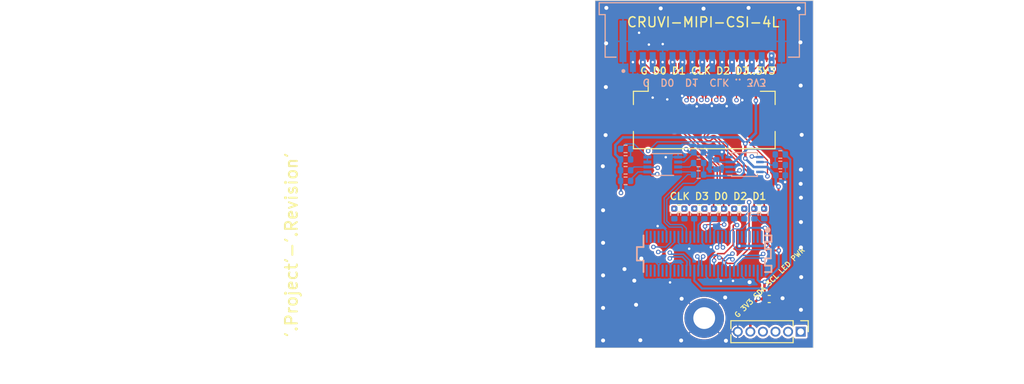
<source format=kicad_pcb>
(kicad_pcb (version 20221018) (generator pcbnew)
  (layers (0 "F.Cu" signal) (1 "In1.Cu" signal) (2 "In2.Cu" signal) (31 "B.Cu" signal) (34 "B.Paste" user) (35 "F.Paste" user) (36 "B.SilkS" user "B.Silkscreen") (37 "F.SilkS" user "F.Silkscreen") (38 "B.Mask" user) (39 "F.Mask" user) (44 "Edge.Cuts" user))
  (property "ADDRESS1" "")
  (property "ADDRESS2" "")
  (property "ADDRESS3" "")
  (property "ADDRESS4" "")
  (property "AUTHOR" "")
  (property "CONFIGURATIONPARAMETERS" "")
  (property "CONFIGURATORNAME" "")
  (property "DOCUMENTNUMBER" "CR00300")
  (property "DRAWNBY" "")
  (property "ENGINEER" "")
  (property "ISUSERCONFIGURABLE" "")
  (property "ORGANIZATION" "Trenz Electronic GmbH")
  (property "SHEETTOTAL" "3")
  (property "SPICEMODELCACHE" "")
  (property "VERSIONCONTROL_PROJFOLDERREVNUMBER" "")
  (property "VERSIONCONTROL_REVNUMBER" "")
  (net 0 "")
  (net 1 "+3V3")
  (net 2 "SDA_3V3")
  (net 3 "SCL_3V3")
  (net 4 "GND")
  (net 5 "CAM_IO1")
  (net 6 "CAM_IO0")
  (net 7 "CAM_D3_P")
  (net 8 "CAM_D3_N")
  (net 9 "CAM_D2_P")
  (net 10 "CAM_D2_N")
  (net 11 "CAM_CLK_P")
  (net 12 "CAM_CLK_N")
  (net 13 "CAM_D1_P")
  (net 14 "CAM_D1_N")
  (net 15 "CAM_D0_P")
  (net 16 "CAM_D0_N")
  (net 17 "/RFU1")
  (net 18 "/HSIO")
  (net 19 "/HSO")
  (net 20 "/RESET")
  (net 21 "/HSI")
  (net 24 "/CAM_D1_LP_P")
  (net 25 "/CAM_D1_LP_N")
  (net 26 "/CAM_D0_LP_P")
  (net 27 "/CAM_D0_LP_N")
  (net 28 "/CAM_D3_LP_P")
  (net 29 "/CAM_D3_LP_N")
  (net 30 "SCL_VADJ")
  (net 31 "SDA_VADJ")
  (net 32 "VADJ")
  (net 36 "PWR_EN_VADJ")
  (net 38 "LED_EN_VADJ")
  (net 44 "+5.0V_D")
  (net 47 "PWR_EN_3V3")
  (net 48 "LED_EN_3V3")
  (net 49 "Net-(U3-OE)")
  (net 50 "/CAM_D2_LP_P")
  (net 51 "/CAM_D2_LP_N")
  (net 52 "/CAM_CLK_LP_P")
  (net 53 "/CAM_CLK_LP_N")
  (net 54 "Net-(U1-EN)")
  (net 55 "Net-(R24-Pad2)")
  (footprint "Resistor_SMD:R_0402_1005Metric" (layer "F.Cu") (at 138.6098 122.3264 180)
    (fp_text reference "R1" hide)
    (fp_text value "150R NC")
  )
  (footprint "Connector_PinHeader_1.27mm:PinHeader_1x06_P1.27mm_Vertical" (layer "F.Cu") (at 146.8882 134.747 -90)
    (fp_text reference "J5" hide)
    (fp_text value "I2C_AND_GPIO")
  )
  (footprint "Connector_FFC-FPC:Hirose_FH12-22S-0.5SH_1x22-1MP_P0.50mm_Horizontal" (layer "F.Cu") (at 137.16 111.76)
    (fp_text reference "J3" hide)
    (fp_text value "FH12A-22S-0.5SH(55)")
  )
  (footprint "Resistor_SMD:R_0402_1005Metric" (layer "F.Cu") (at 134.622 122.316766 180)
    (fp_text reference "R5" hide)
    (fp_text value "150R NC")
  )
  (footprint "Resistor_SMD:R_0402_1005Metric" (layer "F.Cu") (at 140.6886 122.3264 180)
    (fp_text reference "R3" hide)
    (fp_text value "150R NC")
  )
  (footprint "Resistor_SMD:R_0402_1005Metric" (layer "F.Cu") (at 136.6794 122.316766 180)
    (fp_text reference "R4" hide)
    (fp_text value "150R NC")
  )
  (footprint "Resistor_SMD:R_0402_1005Metric" (layer "F.Cu") (at 142.6972 122.3264 180)
    (fp_text reference "R2" hide)
    (fp_text value "150R NC")
  )
  (footprint "Capacitor_SMD:C_0402_1005Metric" (layer "F.Cu") (at 143.7132 131.445)
    (fp_text reference "C3" hide)
    (fp_text value "470nF")
  )
  (footprint "B:_AD_adlib_lib_pcb_TE_MHole2_2mm.PcbLib_MHole2_2mm" (layer "F.Cu") (at 137.15191 133.373)
    (fp_text reference "H3" hide)
    (fp_text value "Mount.Hole 2mm" hide)
  )
  (footprint "Capacitor_SMD:C_0402_1005Metric" (layer "B.Cu") (at 144.850266 118.9482)
    (fp_text reference "C5" hide)
    (fp_text value "470nF")
  )
  (footprint "Resistor_SMD:R_0402_1005Metric" (layer "B.Cu") (at 136.144 122.8324 -90)
    (fp_text reference "R19" hide)
    (fp_text value "100R NC")
  )
  (footprint "Resistor_SMD:R_0402_1005Metric" (layer "B.Cu") (at 144.8308 117.9068 180)
    (fp_text reference "R9" hide)
    (fp_text value "NC")
  )
  (footprint "Resistor_SMD:R_0402_1005Metric" (layer "B.Cu") (at 143.2052 122.8344 -90)
    (fp_text reference "R8" hide)
    (fp_text value "100R NC")
  )
  (footprint "Resistor_SMD:R_0402_1005Metric" (layer "B.Cu") (at 136.585438 118.8723)
    (fp_text reference "R23" hide)
    (fp_text value "4K7")
  )
  (footprint "Resistor_SMD:R_0402_1005Metric" (layer "B.Cu") (at 136.585438 117.7039)
    (fp_text reference "R22" hide)
    (fp_text value "4K7")
  )
  (footprint "Resistor_SMD:R_0402_1005Metric" (layer "B.Cu") (at 144.8308 116.84 180)
    (fp_text reference "R10" hide)
    (fp_text value "4K7")
  )
  (footprint "Capacitor_SMD:C_0402_1005Metric" (layer "B.Cu") (at 138.373266 117.856 -90)
    (fp_text reference "C4" hide)
    (fp_text value "470nF")
  )
  (footprint "Capacitor_SMD:C_0402_1005Metric" (layer "B.Cu") (at 136.585438 116.6371)
    (fp_text reference "C1" hide)
    (fp_text value "470nF")
  )
  (footprint "My Library:CURVI_HIGHSPEED_ST4-30-1_50-L-D" (layer "B.Cu") (at 137.15191 126.873 180)
    (fp_text reference "J1" hide)
    (fp_text value "ST4-30-1.50-L-D-P-TR" hide)
  )
  (footprint "Resistor_SMD:R_0402_1005Metric" (layer "B.Cu") (at 134.1374 122.8324 -90)
    (fp_text reference "R21" hide)
    (fp_text value "100R NC")
  )
  (footprint "Resistor_SMD:R_0402_1005Metric" (layer "B.Cu") (at 129.221438 118.4405 180)
    (fp_text reference "R26" hide)
    (fp_text value "4K7")
  )
  (footprint "Resistor_SMD:R_0402_1005Metric" (layer "B.Cu") (at 138.1506 122.8344 -90)
    (fp_text reference "R7" hide)
    (fp_text value "100R NC")
  )
  (footprint "Resistor_SMD:R_0402_1005Metric" (layer "B.Cu") (at 129.221438 117.3483 180)
    (fp_text reference "R25" hide)
    (fp_text value "100K")
  )
  (footprint "Resistor_SMD:R_0402_1005Metric" (layer "B.Cu") (at 139.1666 122.842034 -90)
    (fp_text reference "R6" hide)
    (fp_text value "100R NC")
  )
  (footprint "Package_SO:VSSOP-8_2.3x2mm_P0.5mm" (layer "B.Cu") (at 132.9684 117.8557 180)
    (fp_text reference "U1" hide)
    (fp_text value "PCA9306DC")
  )
  (footprint "Resistor_SMD:R_0402_1005Metric" (layer "B.Cu") (at 129.219438 119.5073 180)
    (fp_text reference "R27" hide)
    (fp_text value "4K7")
  )
  (footprint "Package_SO:VSSOP-8_2.4x2.1mm_P0.5mm" (layer "B.Cu") (at 141.224 117.856)
    (fp_text reference "U3" hide)
    (fp_text value "TXB0102DCU")
  )
  (footprint "Resistor_SMD:R_0402_1005Metric" (layer "B.Cu") (at 129.219438 116.2815)
    (fp_text reference "R24" hide)
    (fp_text value "100K")
  )
  (footprint "Resistor_SMD:R_0402_1005Metric" (layer "B.Cu") (at 142.2146 122.8344 -90)
    (fp_text reference "R11" hide)
    (fp_text value "100R NC")
  )
  (footprint "Resistor_SMD:R_0402_1005Metric" (layer "B.Cu") (at 140.1786 122.8344 -90)
    (fp_text reference "R13" hide)
    (fp_text value "100R NC")
  )
  (footprint "Resistor_SMD:R_0402_1005Metric" (layer "B.Cu") (at 135.1534 122.8324 -90)
    (fp_text reference "R20" hide)
    (fp_text value "100R NC")
  )
  (footprint "My Library:AMPHENOL_SFW15R-2STE1LF" (layer "B.Cu") (at 136.9568 105.41)
    (fp_text reference "J2" hide)
    (fp_text value "SFW15R-2STE1LF")
  )
  (footprint "Resistor_SMD:R_0402_1005Metric" (layer "B.Cu") (at 141.1946 122.842034 -90)
    (fp_text reference "R12" hide)
    (fp_text value "100R NC")
  )
  (footprint "Resistor_SMD:R_0402_1005Metric" (layer "B.Cu") (at 137.16 122.8324 -90)
    (fp_text reference "R18" hide)
    (fp_text value "100R NC")
  )
  (gr_line (start 126.15082 136.373) (end 126.15082 101.2952) (stroke (width 0.05)) (layer "Edge.Cuts"))
  (gr_line (start 148.15281 136.373) (end 126.15082 136.373) (stroke (width 0.05)) (layer "Edge.Cuts"))
  (gr_line (start 126.15082 101.2952) (end 148.15281 101.2952) (stroke (width 0.05)) (layer "Edge.Cuts"))
  (gr_line (start 148.15281 101.2952) (end 148.15281 136.373) (stroke (width 0.05)) (layer "Edge.Cuts"))
  (gr_text "G  D0  D1  CLK .. 3V3" (at 130.8608 109.1438 180) (layer "B.SilkS") (effects (font (size 0.7112 0.7112) (thickness 0.127) bold) (justify left bottom mirror)))
  (gr_text "G 3V3 SDA SCL LED PWR" (at 140.5128 133.4516 45) (layer "F.SilkS") (effects (font (size 0.508 0.508) (thickness 0.1016) bold) (justify left bottom)))
  (gr_text "CLK D3 D0 D2 D1" (at 133.604 121.4882) (layer "F.SilkS") (effects (font (size 0.7112 0.7112) (thickness 0.127) bold) (justify left bottom)))
  (gr_text "CRUVI-MIPI-CSI-4L" (at 129.2606 104.0638) (layer "F.SilkS") (effects (font (size 1 1)) (justify left bottom)))
  (gr_text "G D0 D1 CLK D2 D3..3V3" (at 130.6322 108.8136) (layer "F.SilkS") (effects (font (size 0.7112 0.7112) (thickness 0.127) bold) (justify left bottom)))
  (gr_text "'.Project'-'.Revision'" (at 95.504 125.984 90) (layer "F.SilkS") (effects (font (size 1.2 1.2) (thickness 0.2))))
  (segment (start 142.41 110.8534) (end 142.41 109.91) (width 0.254) (layer "F.Cu") (net 1))
  (segment (start 144.653 126.365) (end 144.653 120.0912) (width 0.2032) (layer "F.Cu") (net 1))
  (segment (start 143.280488 125.602088) (end 144.2212 126.5428) (width 0.2032) (layer "F.Cu") (net 1))
  (segment (start 143.280488 124.257712) (end 143.280488 125.602088) (width 0.2032) (layer "F.Cu") (net 1))
  (segment (start 141.8082 132.2324) (end 141.8082 134.747) (width 0.254) (layer "F.Cu") (net 1))
  (segment (start 143.8055 108.0169) (end 143.4499 108.0169) (width 0.127) (layer "F.Cu") (net 1))
  (segment (start 143.4499 108.0169) (end 143.6785 107.7883) (width 0.2032) (layer "F.Cu") (net 1))
  (segment (start 142.367 110.8964) (end 142.41 110.8534) (width 0.254) (layer "F.Cu") (net 1))
  (segment (start 142.41 109.91) (end 142.41 109.0568) (width 0.2032) (layer "F.Cu") (net 1))
  (segment (start 143.9418 107.525) (end 143.6785 107.7883) (width 0.127) (layer "F.Cu") (net 1))
  (segment (start 143.6785 107.7883) (end 143.9568 107.51) (width 0.2032) (layer "F.Cu") (net 1))
  (segment (start 144.6784 126.3904) (end 144.653 126.365) (width 0.2032) (layer "F.Cu") (net 1))
  (segment (start 142.621 131.4196) (end 142.6464 131.445) (width 0.254) (layer "F.Cu") (net 1))
  (segment (start 143.9672 108.1786) (end 143.8055 108.0169) (width 0.127) (layer "F.Cu") (net 1))
  (segment (start 143.2332 131.445) (end 143.2332 129.695) (width 0.254) (layer "F.Cu") (net 1))
  (segment (start 144.6784 126.5428) (end 144.6784 126.3904) (width 0.2032) (layer "F.Cu") (net 1))
  (segment (start 142.41 109.0568) (end 143.4499 108.0169) (width 0.2032) (layer "F.Cu") (net 1))
  (segment (start 142.367 111.4044) (end 142.367 110.8964) (width 0.254) (layer "F.Cu") (net 1))
  (segment (start 142.621 131.4196) (end 141.8082 132.2324) (width 0.254) (layer "F.Cu") (net 1))
  (segment (start 144.2212 126.5428) (end 144.6784 126.5428) (width 0.2032) (layer "F.Cu") (net 1))
  (segment (start 143.9418 106.8578) (end 143.9418 107.525) (width 0.127) (layer "F.Cu") (net 1))
  (segment (start 143.2332 129.695) (end 143.256 129.7178) (width 0.254) (layer "F.Cu") (net 1))
  (segment (start 142.6464 131.445) (end 143.2332 131.445) (width 0.254) (layer "F.Cu") (net 1))
  (segment (start 141.3002 117.2464) (end 141.3002 115.7478) (width 0.254) (layer "F.Cu") (net 1))
  (via (at 144.6784 126.5428) (size 0.45212) (drill 0.24892) (layers "F.Cu" "B.Cu") (net 1))
  (via (at 143.280488 124.257712) (size 0.45212) (drill 0.24892) (layers "F.Cu" "B.Cu") (net 1))
  (via (at 143.9418 106.8578) (size 0.45212) (drill 0.24892) (layers "F.Cu" "B.Cu") (net 1))
  (via (at 142.621 131.4196) (size 0.45212) (drill 0.24892) (layers "F.Cu" "B.Cu") (net 1))
  (via (at 128.7526 120.7262) (size 0.45212) (drill 0.24892) (layers "F.Cu" "B.Cu") (net 1))
  (via (at 144.653 120.0912) (size 0.45212) (drill 0.24892) (layers "F.Cu" "B.Cu") (net 1))
  (via (at 143.256 129.7178) (size 0.45212) (drill 0.24892) (layers "F.Cu" "B.Cu") (net 1))
  (via (at 141.3002 115.7478) (size 0.45212) (drill 0.24892) (layers "F.Cu" "B.Cu") (net 1))
  (via (at 143.9672 108.1786) (size 0.45212) (drill 0.24892) (layers "F.Cu" "B.Cu") (net 1))
  (via (at 141.3002 117.2464) (size 0.45212) (drill 0.24892) (layers "F.Cu" "B.Cu") (net 1))
  (via (at 142.367 111.4044) (size 0.45212) (drill 0.24892) (layers "F.Cu" "B.Cu") (net 1))
  (via (at 143.9568 107.51) (size 0.45212) (drill 0.24892) (layers "F.Cu" "B.Cu") (net 1))
  (segment (start 142.748 129.7178) (end 142.5519 129.5217) (width 0.2032) (layer "B.Cu") (net 1))
  (segment (start 142.367 111.4044) (end 142.367 114.681) (width 0.254) (layer "B.Cu") (net 1))
  (segment (start 142.367 114.681) (end 141.3002 115.7478) (width 0.254) (layer "B.Cu") (net 1))
  (segment (start 128.711438 117.3483) (end 128.185438 116.8223) (width 0.254) (layer "B.Cu") (net 1))
  (segment (start 144.370266 118.9482) (end 144.370266 119.808466) (width 0.254) (layer "B.Cu") (net 1))
  (segment (start 144.6784 128.2954) (end 143.256 129.7178) (width 0.2032) (layer "B.Cu") (net 1))
  (segment (start 129.921 115.1128) (end 140.6652 115.1128) (width 0.254) (layer "B.Cu") (net 1))
  (segment (start 144.6784 126.5428) (end 144.6784 128.2954) (width 0.2032) (layer "B.Cu") (net 1))
  (segment (start 142.5519 129.5217) (end 142.5519 128.583) (width 0.2032) (layer "B.Cu") (net 1))
  (segment (start 128.709438 119.5073) (end 128.709438 117.3503) (width 0.254) (layer "B.Cu") (net 1))
  (segment (start 128.7526 120.7262) (end 128.7526 119.550462) (width 0.254) (layer "B.Cu") (net 1))
  (segment (start 143.528066 118.106) (end 142.774 118.106) (width 0.254) (layer "B.Cu") (net 1))
  (segment (start 128.709438 117.3503) (end 128.711438 117.3483) (width 0.254) (layer "B.Cu") (net 1))
  (segment (start 128.7526 119.550462) (end 128.709438 119.5073) (width 0.254) (layer "B.Cu") (net 1))
  (segment (start 141.688236 124.257712) (end 141.3519 124.594048) (width 0.2032) (layer "B.Cu") (net 1))
  (segment (start 144.370266 118.9482) (end 143.528066 118.106) (width 0.254) (layer "B.Cu") (net 1))
  (segment (start 144.370266 119.808466) (end 144.653 120.0912) (width 0.254) (layer "B.Cu") (net 1))
  (segment (start 141.3519 124.594048) (end 141.3519 125.163) (width 0.2032) (layer "B.Cu") (net 1))
  (segment (start 140.6652 115.1128) (end 141.3002 115.7478) (width 0.254) (layer "B.Cu") (net 1))
  (segment (start 143.256 129.7178) (end 142.748 129.7178) (width 0.2032) (layer "B.Cu") (net 1))
  (segment (start 141.3002 117.2464) (end 142.1638 118.11) (width 0.254) (layer "B.Cu") (net 1))
  (segment (start 128.185438 115.883162) (end 128.9558 115.1128) (width 0.254) (layer "B.Cu") (net 1))
  (segment (start 142.1638 118.11) (end 142.77 118.11) (width 0.254) (layer "B.Cu") (net 1))
  (segment (start 128.185438 116.8223) (end 128.185438 115.883162) (width 0.254) (layer "B.Cu") (net 1))
  (segment (start 143.280488 124.257712) (end 141.688236 124.257712) (width 0.2032) (layer "B.Cu") (net 1))
  (segment (start 142.77 118.11) (end 142.774 118.106) (width 0.254) (layer "B.Cu") (net 1))
  (segment (start 128.9558 115.1128) (end 129.921 115.1128) (width 0.254) (layer "B.Cu") (net 1))
  (segment (start 141.91 108.5568) (end 142.9568 107.51) (width 0.127) (layer "F.Cu") (net 2))
  (segment (start 141.91 109.91) (end 141.91 108.5568) (width 0.127) (layer "F.Cu") (net 2))
  (via (at 142.9568 107.51) (size 0.45212) (drill 0.24892) (layers "F.Cu" "B.Cu") (net 2))
  (via (at 132.4102 118.8212) (size 0.45212) (drill 0.24892) (layers "F.Cu" "B.Cu") (net 2))
  (segment (start 131.67955 118.6057) (end 131.4184 118.6057) (width 0.127) (layer "B.Cu") (net 2))
  (segment (start 132.4102 118.8212) (end 131.89505 118.8212) (width 0.127) (layer "B.Cu") (net 2))
  (segment (start 131.89505 118.8212) (end 131.67955 118.6057) (width 0.127) (layer "B.Cu") (net 2))
  (segment (start 130.476638 118.6057) (end 131.4184 118.6057) (width 0.127) (layer "B.Cu") (net 2))
  (segment (start 129.729438 119.3529) (end 130.476638 118.6057) (width 0.127) (layer "B.Cu") (net 2))
  (segment (start 129.729438 119.5073) (end 129.729438 119.3529) (width 0.127) (layer "B.Cu") (net 2))
  (segment (start 141.41 109.91) (end 141.41 108.0568) (width 0.127) (layer "F.Cu") (net 3))
  (segment (start 141.41 108.0568) (end 141.9568 107.51) (width 0.127) (layer "F.Cu") (net 3))
  (via (at 132.461 118.1862) (size 0.45212) (drill 0.24892) (layers "F.Cu" "B.Cu") (net 3))
  (via (at 141.9568 107.51) (size 0.45212) (drill 0.24892) (layers "F.Cu" "B.Cu") (net 3))
  (segment (start 131.4481 118.1354) (end 131.4184 118.1057) (width 0.127) (layer "B.Cu") (net 3))
  (segment (start 132.461 118.1862) (end 132.4102 118.1354) (width 0.127) (layer "B.Cu") (net 3))
  (segment (start 130.066238 118.1057) (end 129.731438 118.4405) (width 0.127) (layer "B.Cu") (net 3))
  (segment (start 132.4102 118.1354) (end 131.4481 118.1354) (width 0.127) (layer "B.Cu") (net 3))
  (segment (start 131.4184 118.1057) (end 130.066238 118.1057) (width 0.127) (layer "B.Cu") (net 3))
  (segment (start 133.41 109.91) (end 133.41 111.2612) (width 0.127) (layer "F.Cu") (net 4))
  (segment (start 131.91 109.91) (end 131.91 109.4632) (width 0.127) (layer "F.Cu") (net 4))
  (segment (start 136.41 111.9766) (end 136.398 111.9886) (width 0.127) (layer "F.Cu") (net 4))
  (segment (start 137.91 111.9258) (end 137.922 111.9378) (width 0.127) (layer "F.Cu") (net 4))
  (segment (start 131.91 111.0566) (end 131.953 111.0996) (width 0.127) (layer "F.Cu") (net 4))
  (segment (start 130.81 128.8796) (end 130.81 127.3556) (width 0.127) (layer "F.Cu") (net 4))
  (segment (start 137.91 109.91) (end 137.91 108.5568) (width 0.127) (layer "F.Cu") (net 4))
  (segment (start 144.1932 131.445) (end 144.9832 131.445) (width 0.254) (layer "F.Cu") (net 4))
  (segment (start 133.41 111.2612) (end 133.4262 111.2774) (width 0.127) (layer "F.Cu") (net 4))
  (segment (start 134.91 110.907) (end 134.9248 110.9218) (width 0.127) (layer "F.Cu") (net 4))
  (segment (start 144.9832 131.445) (end 145.0594 131.3688) (width 0.254) (layer "F.Cu") (net 4))
  (segment (start 131.91 109.4632) (end 129.9568 107.51) (width 0.127) (layer "F.Cu") (net 4))
  (segment (start 140.91 109.91) (end 140.91 111.2682) (width 0.127) (layer "F.Cu") (net 4))
  (segment (start 139.41 109.91) (end 139.41 111.9526) (width 0.127) (layer "F.Cu") (net 4))
  (segment (start 133.41 109.91) (end 133.41 107.9632) (width 0.127) (layer "F.Cu") (net 4))
  (segment (start 134.91 109.91) (end 134.91 108.5568) (width 0.127) (layer "F.Cu") (net 4))
  (segment (start 137.91 109.91) (end 137.91 111.9258) (width 0.127) (layer "F.Cu") (net 4))
  (segment (start 133.41 107.9632) (end 132.9568 107.51) (width 0.127) (layer "F.Cu") (net 4))
  (segment (start 130.0988 129.5908) (end 130.81 128.8796) (width 0.127) (layer "F.Cu") (net 4))
  (segment (start 131.91 109.91) (end 131.91 111.0566) (width 0.127) (layer "F.Cu") (net 4))
  (segment (start 134.91 108.5568) (end 135.9568 107.51) (width 0.127) (layer "F.Cu") (net 4))
  (segment (start 140.91 111.2682) (end 140.9954 111.3536) (width 0.127) (layer "F.Cu") (net 4))
  (segment (start 136.41 109.91) (end 136.41 111.9766) (width 0.127) (layer "F.Cu") (net 4))
  (segment (start 134.91 109.91) (end 134.91 110.907) (width 0.127) (layer "F.Cu") (net 4))
  (segment (start 139.41 111.9526) (end 139.4206 111.9632) (width 0.127) (layer "F.Cu") (net 4))
  (segment (start 137.91 108.5568) (end 138.9568 107.51) (width 0.127) (layer "F.Cu") (net 4))
  (via (at 132.7658 102.0826) (size 0.8) (drill 0.4) (layers "F.Cu" "B.Cu") (net 4))
  (via (at 146.9136 121.2088) (size 0.8) (drill 0.4) (layers "F.Cu" "B.Cu") (net 4))
  (via (at 141.6304 102.0318) (size 0.8) (drill 0.4) (layers "F.Cu" "B.Cu") (net 4))
  (via (at 140.6906 126.08814) (size 0.45212) (drill 0.24892) (layers "F.Cu" "B.Cu") (net 4))
  (via (at 127.2286 110.0328) (size 0.8) (drill 0.4) (layers "F.Cu" "B.Cu") (net 4))
  (via (at 135.636 126.365) (size 0.45212) (drill 0.24892) (layers "F.Cu" "B.Cu") (net 4))
  (via (at 130.81 127.3556) (size 0.8) (drill 0.4) (layers "F.Cu" "B.Cu") (net 4))
  (via (at 127.254 105.6132) (size 0.8) (drill 0.4) (layers "F.Cu" "B.Cu") (net 4))
  (via (at 126.9492 132.3467) (size 0.8) (drill 0.4) (layers "F.Cu" "B.Cu") (net 4))
  (via (at 134.874 131.4196) (size 0.8) (drill 0.4) (layers "F.Cu" "B.Cu") (net 4))
  (via (at 146.9136 132.5372) (size 0.8) (drill 0.4) (layers "F.Cu" "B.Cu") (net 4))
  (via (at 129.9568 107.51) (size 0.45212) (drill 0.24892) (layers "F.Cu" "B.Cu") (net 4))
  (via (at 135.9568 107.51) (size 0.45212) (drill 0.24892) (layers "F.Cu" "B.Cu") (net 4))
  (via (at 126.9492 125.7681) (size 0.8) (drill 0.4) (layers "F.Cu" "B.Cu") (net 4))
  (via (at 132.457 124.079) (size 0.45212) (drill 0.24892) (layers "F.Cu" "B.Cu") (net 4))
  (via (at 146.9898 114.8588) (size 0.8) (drill 0.4) (layers "F.Cu" "B.Cu") (net 4))
  (via (at 127.2794 102.0318) (size 0.8) (drill 0.4) (layers "F.Cu" "B.Cu") (net 4))
  (via (at 139.4206 111.9632) (size 0.45212) (drill 0.24892) (layers "F.Cu" "B.Cu") (net 4))
  (via (at 132.9568 107.51) (size 0.45212) (drill 0.24892) (layers "F.Cu" "B.Cu") (net 4))
  (via (at 130.7084 135.6106) (size 0.8) (drill 0.4) (layers "F.Cu" "B.Cu") (net 4))
  (via (at 130.0988 129.5908) (size 0.8) (drill 0.4) (layers "F.Cu" "B.Cu") (net 4))
  (via (at 133.7056 129.7686) (size 0.45212) (drill 0.24892) (layers "F.Cu" "B.Cu") (net 4))
  (via (at 133.4262 111.2774) (size 0.45212) (drill 0.24892) (layers "F.Cu" "B.Cu") (net 4))
  (via (at 141.732 129.7432) (size 0.8) (drill 0.4) (layers "F.Cu" "B.Cu") (net 4))
  (via (at 138.938 116.586) (size 0.45212) (drill 0.24892) (layers "F.Cu" "B.Cu") (net 4))
  (via (at 146.9136 118.364) (size 0.8) (drill 0.4) (layers "F.Cu" "B.Cu") (net 4))
  (via (at 132.969 105.6894) (size 0.45212) (drill 0.24892) (layers "F.Cu" "B.Cu") (net 4))
  (via (at 126.9492 129.0574) (size 0.8) (drill 0.4) (layers "F.Cu" "B.Cu") (net 4))
  (via (at 137.922 111.9378) (size 0.45212) (drill 0.24892) (layers "F.Cu" "B.Cu") (net 4))
  (via (at 130.2766 132.0292) (size 0.8) (drill 0.4) (layers "F.Cu" "B.Cu") (net 4))
  (via (at 138.9568 107.51) (size 0.45212) (drill 0.24892) (layers "F.Cu" "B.Cu") (net 4))
  (via (at 134.8232 135.636) (size 0.8) (drill 0.4) (layers "F.Cu" "B.Cu") (net 4))
  (via (at 146.8628 105.5116) (size 0.8) (drill 0.4) (layers "F.Cu" "B.Cu") (net 4))
  (via (at 126.9492 122.4788) (size 0.8) (drill 0.4) (layers "F.Cu" "B.Cu") (net 4))
  (via (at 130.5814 104.5464) (size 0.45212) (drill 0.24892) (layers "F.Cu" "B.Cu") (net 4))
  (via (at 146.8882 109.8804) (size 0.8) (drill 0.4) (layers "F.Cu" "B.Cu") (net 4))
  (via (at 131.572 105.7402) (size 0.45212) (drill 0.24892) (layers "F.Cu" "B.Cu") (net 4))
  (via (at 136.398 111.9886) (size 0.45212) (drill 0.24892) (layers "F.Cu" "B.Cu") (net 4))
  (via (at 139.2682 131.2926) (size 0.8) (drill 0.4) (layers "F.Cu" "B.Cu") (net 4))
  (via (at 127.2032 114.8842) (size 0.8) (drill 0.4) (layers "F.Cu" "B.Cu") (net 4))
  (via (at 140.9954 111.3536) (size 0.45212) (drill 0.24892) (layers "F.Cu" "B.Cu") (net 4))
  (via (at 140.0556 129.6162) (size 0.45212) (drill 0.24892) (layers "F.Cu" "B.Cu") (net 4))
  (via (at 131.953 111.0996) (size 0.45212) (drill 0.24892) (layers "F.Cu" "B.Cu") (net 4))
  (via (at 137.0838 102.108) (size 0.8) (drill 0.4) (layers "F.Cu" "B.Cu") (net 4))
  (via (at 133.2738 117.1194) (size 0.45212) (drill 0.24892) (layers "F.Cu" "B.Cu") (net 4))
  (via (at 134.9248 110.9218) (size 0.45212) (drill 0.24892) (layers "F.Cu" "B.Cu") (net 4))
  (via (at 146.9136 123.6726) (size 0.8) (drill 0.4) (layers "F.Cu" "B.Cu") (net 4))
  (via (at 146.8882 119.8118) (size 0.8) (drill 0.4) (layers "F.Cu" "B.Cu") (net 4))
  (via (at 146.685 102.0826) (size 0.8) (drill 0.4) (layers "F.Cu" "B.Cu") (net 4))
  (via (at 126.9238 118.0338) (size 0.8) (drill 0.4) (layers "F.Cu" "B.Cu") (net 4))
  (via (at 126.9492 135.636) (size 0.8) (drill 0.4) (layers "F.Cu" "B.Cu") (net 4))
  (via (at 145.0594 131.3688) (size 0.8) (drill 0.4) (layers "F.Cu" "B.Cu") (net 4))
  (via (at 138.8364 129.6162) (size 0.45212) (drill 0.24892) (layers "F.Cu" "B.Cu") (net 4))
  (via (at 146.939 129.2352) (size 0.8) (drill 0.4) (layers "F.Cu" "B.Cu") (net 4))
  (via (at 139.3444 135.6614) (size 0.8) (drill 0.4) (layers "F.Cu" "B.Cu") (net 4))
  (via (at 129.1082 128.4224) (size 0.8) (drill 0.4) (layers "F.Cu" "B.Cu") (net 4))
  (via (at 145.3134 119.634) (size 0.45212) (drill 0.24892) (layers "F.Cu" "B.Cu") (net 4))
  (via (at 137.8204 126.2126) (size 0.45212) (drill 0.24892) (layers "F.Cu" "B.Cu") (net 4))
  (via (at 146.9136 126.238) (size 0.8) (drill 0.4) (layers "F.Cu" "B.Cu") (net 4))
  (segment (start 134.55191 125.163) (end 134.55191 125.762999) (width 0.127) (layer "B.Cu") (net 4))
  (segment (start 137.401511 126.2126) (end 137.8204 126.2126) (width 0.127) (layer "B.Cu") (net 4))
  (segment (start 134.5184 117.1057) (end 133.2875 117.1057) (width 0.127) (layer "B.Cu") (net 4))
  (segment (start 139.186799 124.3979) (end 138.317011 124.3979) (width 0.127) (layer "B.Cu") (net 4))
  (segment (start 132.867919 124.079) (end 131.484928 124.079) (width 0.127) (layer "B.Cu") (net 4))
  (segment (start 140.5519 125.163) (end 140.5519 125.94944) (width 0.127) (layer "B.Cu") (net 4))
  (segment (start 140.5519 125.94944) (end 140.6906 126.08814) (width 0.127) (layer "B.Cu") (net 4))
  (segment (start 138.55191 128.583) (end 138.55191 129.33171) (width 0.127) (layer "B.Cu") (net 4))
  (segment (start 140.9519 129.133992) (end 140.9519 128.583) (width 0.127) (layer "B.Cu") (net 4))
  (segment (start 133.75192 128.032923) (end 133.455597 127.7366) (width 0.127) (layer "B.Cu") (net 4))
  (segment (start 133.75192 128.583) (end 133.75192 129.72228) (width 0.127) (layer "B.Cu") (net 4))
  (segment (start 138.15191 125.88109) (end 137.8204 126.2126) (width 0.127) (layer "B.Cu") (net 4))
  (segment (start 145.3408 118.937666) (end 145.330266 118.9482) (width 0.127) (layer "B.Cu") (net 4))
  (segment (start 133.997443 127.7874) (end 133.75192 128.032923) (width 0.127) (layer "B.Cu") (net 4))
  (segment (start 134.95191 128.032923) (end 134.706387 127.7874) (width 0.127) (layer "B.Cu") (net 4))
  (segment (start 138.603266 118.106) (end 139.674 118.106) (width 0.127) (layer "B.Cu") (net 4))
  (segment (start 131.874597 127.3556) (end 132.55192 128.032923) (width 0.127) (layer "B.Cu") (net 4))
  (segment (start 133.35192 124.563001) (end 132.867919 124.079) (width 0.127) (layer "B.Cu") (net 4))
  (segment (start 135.646955 125.867955) (end 135.75191 125.762999) (width 0.127) (layer "B.Cu") (net 4))
  (segment (start 135.636 125.87891) (end 135.636 126.365) (width 0.127) (layer "B.Cu") (net 4))
  (segment (start 130.81 124.753928) (end 130.81 127.3556) (width 0.127) (layer "B.Cu") (net 4))
  (segment (start 133.2875 117.1057) (end 133.2738 117.1194) (width 0.127) (layer "B.Cu") (net 4))
  (segment (start 137.35191 128.583) (end 137.35191 129.182999) (width 0.127) (layer "B.Cu") (net 4))
  (segment (start 134.55191 125.163) (end 134.55191 125.77269) (width 0.127) (layer "B.Cu") (net 4))
  (segment (start 134.9248 115.7986) (end 136.226938 115.7986) (width 0.127) (layer "B.Cu") (net 4))
  (segment (start 134.95191 128.583) (end 134.95191 128.032923) (width 0.127) (layer "B.Cu") (net 4))
  (segment (start 138.938 116.586) (end 138.8869 116.6371) (width 0.127) (layer "B.Cu") (net 4))
  (segment (start 135.646955 125.867955) (end 135.636 125.87891) (width 0.127) (layer "B.Cu") (net 4))
  (segment (start 130.81 127.3556) (end 131.874597 127.3556) (width 0.127) (layer "B.Cu") (net 4))
  (segment (start 132.55192 128.0335) (end 132.55192 128.583) (width 0.127) (layer "B.Cu") (net 4))
  (segment (start 132.84882 127.7366) (end 132.55192 128.0335) (width 0.127) (layer "B.Cu") (net 4))
  (segment (start 133.75192 129.72228) (end 133.7056 129.7686) (width 0.127) (layer "B.Cu") (net 4))
  (segment (start 133.455597 127.7366) (end 132.84882 127.7366) (width 0.127) (layer "B.Cu") (net 4))
  (segment (start 134.55191 125.762999) (end 134.742411 125.9535) (width 0.127) (layer "B.Cu") (net 4))
  (segment (start 136.226938 115.7986) (end 137.065438 116.6371) (width 0.127) (layer "B.Cu") (net 4))
  (segment (start 132.867919 124.079) (end 132.457 124.079) (width 0.127) (layer "B.Cu") (net 4))
  (segment (start 139.7519 128.583) (end 139.7519 129.3125) (width 0.127) (layer "B.Cu") (net 4))
  (segment (start 138.8869 116.6371) (end 137.065438 116.6371) (width 0.127) (layer "B.Cu") (net 4))
  (segment (start 134.5184 117.1057) (end 134.5184 116.205) (width 0.127) (layer "B.Cu") (net 4))
  (segment (start 134.706387 127.7874) (end 134.2644 127.7874) (width 0.127) (layer "B.Cu") (net 4))
  (segment (start 136.95191 125.762999) (end 137.401511 126.2126) (width 0.127) (layer "B.Cu") (net 4))
  (segment (start 135.75191 125.762999) (end 135.75191 125.163) (width 0.127) (layer "B.Cu") (net 4))
  (segment (start 139.3519 124.563001) (end 139.186799 124.3979) (width 0.127) (layer "B.Cu") (net 4))
  (segment (start 138.55191 129.33171) (end 138.8364 129.6162) (width 0.127) (layer "B.Cu") (net 4))
  (segment (start 141.732 129.7432) (end 141.561108 129.7432) (width 0.127) (layer "B.Cu") (net 4))
  (segment (start 137.785111 129.6162) (end 138.8364 129.6162) (width 0.127) (layer "B.Cu") (net 4))
  (segment (start 133.75192 128.032923) (end 133.75192 128.583) (width 0.127) (layer "B.Cu") (net 4))
  (segment (start 138.417908 116.586) (end 137.898166 117.105742) (width 0.127) (layer "B.Cu") (net 4))
  (segment (start 138.938 116.586) (end 138.417908 116.586) (width 0.127) (layer "B.Cu") (net 4))
  (segment (start 133.35192 125.163) (end 133.35192 124.563001) (width 0.127) (layer "B.Cu") (net 4))
  (segment (start 138.317011 124.3979) (end 138.15191 124.563001) (width 0.127) (layer "B.Cu") (net 4))
  (segment (start 138.15191 124.563001) (end 138.15191 125.163) (width 0.127) (layer "B.Cu") (net 4))
  (segment (start 137.898166 117.105742) (end 137.898166 117.8609) (width 0.127) (layer "B.Cu") (net 4))
  (segment (start 145.330266 118.9482) (end 145.330266 119.617134) (width 0.127) (layer "B.Cu") (net 4))
  (segment (start 145.330266 119.617134) (end 145.3134 119.634) (width 0.127) (layer "B.Cu") (net 4))
  (segment (start 132.55192 128.032923) (end 132.55192 128.583) (width 0.127) (layer "B.Cu") (net 4))
  (segment (start 138.373266 118.336) (end 138.603266 118.106) (width 0.127) (layer "B.Cu") (net 4))
  (segment (start 138.15191 125.163) (end 138.15191 125.88109) (width 0.127) (layer "B.Cu") (net 4))
  (segment (start 135.561409 125.9535) (end 135.646955 125.867955) (width 0.127) (layer "B.Cu") (net 4))
  (segment (start 134.2644 127.7874) (end 133.997443 127.7874) (width 0.127) (layer "B.Cu") (net 4))
  (segment (start 141.561108 129.7432) (end 140.9519 129.133992) (width 0.127) (layer "B.Cu") (net 4))
  (segment (start 139.7519 129.3125) (end 140.0556 129.6162) (width 0.127) (layer "B.Cu") (net 4))
  (segment (start 137.35191 129.182999) (end 137.785111 129.6162) (width 0.127) (layer "B.Cu") (net 4))
  (segment (start 134.742411 125.9535) (end 135.561409 125.9535) (width 0.127) (layer "B.Cu") (net 4))
  (segment (start 134.5184 116.205) (end 134.9248 115.7986) (width 0.127) (layer "B.Cu") (net 4))
  (segment (start 145.3408 117.9068) (end 145.3408 118.937666) (width 0.127) (layer "B.Cu") (net 4))
  (segment (start 139.3519 125.163) (end 139.3519 124.563001) (width 0.127) (layer "B.Cu") (net 4))
  (segment (start 137.898166 117.8609) (end 138.373266 118.336) (width 0.127) (layer "B.Cu") (net 4))
  (segment (start 131.484928 124.079) (end 130.81 124.753928) (width 0.127) (layer "B.Cu") (net 4))
  (segment (start 136.95191 125.163) (end 136.95191 125.762999) (width 0.127) (layer "B.Cu") (net 4))
  (segment (start 138.91 109.91) (end 138.91 110.885001) (width 0.1524) (layer "F.Cu") (net 7))
  (segment (start 138.7997 111.17834) (end 138.94956 111.3282) (width 0.1524) (layer "F.Cu") (net 7))
  (segment (start 138.91 110.885001) (end 138.7997 110.995301) (width 0.1524) (layer "F.Cu") (net 7))
  (segment (start 138.7997 110.995301) (end 138.7997 111.17834) (width 0.1524) (layer "F.Cu") (net 7))
  (via (at 137.1894 122.316766) (size 0.45212) (drill 0.24892) (layers "F.Cu" "B.Cu") (net 7))
  (via (at 137.04147 127.1524) (size 0.45212) (drill 0.24892) (layers "F.Cu" "B.Cu") (net 7))
  (via (at 138.94956 111.3282) (size 0.45212) (drill 0.24892) (layers "F.Cu" "B.Cu") (net 7))
  (segment (start 136.95191 128.583) (end 136.95191 128.083) (width 0.1524) (layer "B.Cu") (net 7))
  (segment (start 136.95191 128.083) (end 136.89161 128.0227) (width 0.1524) (layer "B.Cu") (net 7))
  (segment (start 136.89161 128.0227) (end 136.89161 127.30226) (width 0.1524) (layer "B.Cu") (net 7))
  (segment (start 136.89161 127.30226) (end 137.04147 127.1524) (width 0.1524) (layer "B.Cu") (net 7))
  (segment (start 138.5203 111.17834) (end 138.37044 111.3282) (width 0.1524) (layer "F.Cu") (net 8))
  (segment (start 138.5203 110.995301) (end 138.5203 111.17834) (width 0.1524) (layer "F.Cu") (net 8))
  (segment (start 138.41 110.885001) (end 138.5203 110.995301) (width 0.1524) (layer "F.Cu") (net 8))
  (segment (start 138.41 109.91) (end 138.41 110.885001) (width 0.1524) (layer "F.Cu") (net 8))
  (via (at 136.1694 122.316766) (size 0.45212) (drill 0.24892) (layers "F.Cu" "B.Cu") (net 8))
  (via (at 136.46235 127.1524) (size 0.45212) (drill 0.24892) (layers "F.Cu" "B.Cu") (net 8))
  (via (at 138.37044 111.3282) (size 0.45212) (drill 0.24892) (layers "F.Cu" "B.Cu") (net 8))
  (segment (start 136.61221 128.0227) (end 136.61221 127.30226) (width 0.1524) (layer "B.Cu") (net 8))
  (segment (start 136.61221 127.30226) (end 136.46235 127.1524) (width 0.1524) (layer "B.Cu") (net 8))
  (segment (start 136.55191 128.583) (end 136.55191 128.083) (width 0.1524) (layer "B.Cu") (net 8))
  (segment (start 136.55191 128.083) (end 136.61221 128.0227) (width 0.1524) (layer "B.Cu") (net 8))
  (segment (start 137.41 110.885001) (end 137.2997 110.995301) (width 0.1524) (layer "F.Cu") (net 9))
  (segment (start 137.41 109.91) (end 137.41 110.885001) (width 0.1524) (layer "F.Cu") (net 9))
  (segment (start 137.2997 110.995301) (end 137.2997 111.17834) (width 0.1524) (layer "F.Cu") (net 9))
  (segment (start 137.2997 111.17834) (end 137.44956 111.3282) (width 0.1524) (layer "F.Cu") (net 9))
  (via (at 140.0048 126.86284) (size 0.45212) (drill 0.24892) (layers "F.Cu" "B.Cu") (net 9))
  (via (at 137.44956 111.3282) (size 0.45212) (drill 0.24892) (layers "F.Cu" "B.Cu") (net 9))
  (via (at 141.1986 122.3264) (size 0.45212) (drill 0.24892) (layers "F.Cu" "B.Cu") (net 9))
  (segment (start 139.515134 127.0127) (end 139.85494 127.0127) (width 0.1524) (layer "B.Cu") (net 9))
  (segment (start 139.012205 127.515629) (end 139.515134 127.0127) (width 0.1524) (layer "B.Cu") (net 9))
  (segment (start 139.85494 127.0127) (end 140.0048 126.86284) (width 0.1524) (layer "B.Cu") (net 9))
  (segment (start 138.95191 128.083) (end 139.012205 128.022705) (width 0.1524) (layer "B.Cu") (net 9))
  (segment (start 139.012205 128.022705) (end 139.012205 127.515629) (width 0.1524) (layer "B.Cu") (net 9))
  (segment (start 138.95191 128.583) (end 138.95191 128.083) (width 0.1524) (layer "B.Cu") (net 9))
  (segment (start 136.91 110.885001) (end 137.0203 110.995301) (width 0.1524) (layer "F.Cu") (net 10))
  (segment (start 137.0203 110.995301) (end 137.0203 111.17834) (width 0.1524) (layer "F.Cu") (net 10))
  (segment (start 137.0203 111.17834) (end 136.87044 111.3282) (width 0.1524) (layer "F.Cu") (net 10))
  (segment (start 136.91 109.91) (end 136.91 110.885001) (width 0.1524) (layer "F.Cu") (net 10))
  (via (at 140.1786 122.3264) (size 0.45212) (drill 0.24892) (layers "F.Cu" "B.Cu") (net 10))
  (via (at 140.0048 127.44196) (size 0.45212) (drill 0.24892) (layers "F.Cu" "B.Cu") (net 10))
  (via (at 136.87044 111.3282) (size 0.45212) (drill 0.24892) (layers "F.Cu" "B.Cu") (net 10))
  (segment (start 139.85494 127.2921) (end 140.0048 127.44196) (width 0.1524) (layer "B.Cu") (net 10))
  (segment (start 139.630866 127.2921) (end 139.85494 127.2921) (width 0.1524) (layer "B.Cu") (net 10))
  (segment (start 139.3519 128.583) (end 139.3519 128.083) (width 0.1524) (layer "B.Cu") (net 10))
  (segment (start 139.291605 127.631361) (end 139.630866 127.2921) (width 0.1524) (layer "B.Cu") (net 10))
  (segment (start 139.3519 128.083) (end 139.291605 128.022705) (width 0.1524) (layer "B.Cu") (net 10))
  (segment (start 139.291605 128.022705) (end 139.291605 127.631361) (width 0.1524) (layer "B.Cu") (net 10))
  (segment (start 135.9006 109.8674) (end 135.9006 109.2118) (width 0.1524) (layer "F.Cu") (net 11))
  (segment (start 135.9006 109.2118) (end 136.0874 109.025) (width 0.1524) (layer "F.Cu") (net 11))
  (segment (start 135.7997 111.211534) (end 135.94956 111.361394) (width 0.1524) (layer "F.Cu") (net 11))
  (segment (start 136.0874 109.025) (end 136.3898 109.025) (width 0.1524) (layer "F.Cu") (net 11))
  (segment (start 135.91 110.885001) (end 135.7997 110.995301) (width 0.1524) (layer "F.Cu") (net 11))
  (segment (start 135.7997 110.995301) (end 135.7997 111.211534) (width 0.1524) (layer "F.Cu") (net 11))
  (segment (start 136.3898 109.025) (end 137.9474 107.4674) (width 0.1524) (layer "F.Cu") (net 11))
  (segment (start 135.91 109.91) (end 135.91 110.885001) (width 0.1524) (layer "F.Cu") (net 11))
  (via (at 133.684127 127.344287) (size 0.45212) (drill 0.24892) (layers "F.Cu" "B.Cu") (net 11))
  (via (at 137.9568 107.51) (size 0.45212) (drill 0.24892) (layers "F.Cu" "B.Cu") (net 11))
  (via (at 135.132 122.316766) (size 0.45212) (drill 0.24892) (layers "F.Cu" "B.Cu") (net 11))
  (via (at 135.94956 111.361394) (size 0.45212) (drill 0.24892) (layers "F.Cu" "B.Cu") (net 11))
  (segment (start 135.41221 128.0227) (end 135.41221 127.659576) (width 0.1524) (layer "B.Cu") (net 11))
  (segment (start 133.833987 127.194427) (end 133.684127 127.344287) (width 0.1524) (layer "B.Cu") (net 11))
  (segment (start 135.35191 128.583) (end 135.35191 128.083) (width 0.1524) (layer "B.Cu") (net 11))
  (segment (start 135.41221 127.659576) (end 134.947061 127.194427) (width 0.1524) (layer "B.Cu") (net 11))
  (segment (start 135.35191 128.083) (end 135.41221 128.0227) (width 0.1524) (layer "B.Cu") (net 11))
  (segment (start 134.947061 127.194427) (end 133.833987 127.194427) (width 0.1524) (layer "B.Cu") (net 11))
  (segment (start 135.4006 109.3018) (end 135.9568 108.7456) (width 0.1524) (layer "F.Cu") (net 12))
  (segment (start 136.378234 108.51856) (end 136.378235 108.518558) (width 0.1524) (layer "F.Cu") (net 12))
  (segment (start 136.378234 108.395683) (end 136.378235 108.395682) (width 0.1524) (layer "F.Cu") (net 12))
  (segment (start 136.680717 108.338954) (end 136.680718 108.338953) (width 0.1524) (layer "F.Cu") (net 12))
  (segment (start 135.4006 109.8674) (end 135.4006 109.3018) (width 0.1524) (layer "F.Cu") (net 12))
  (segment (start 135.5203 111.211534) (end 135.37044 111.361394) (width 0.1524) (layer "F.Cu") (net 12))
  (segment (start 136.557841 108.338953) (end 136.557841 108.338952) (width 0.1524) (layer "F.Cu") (net 12))
  (segment (start 136.274068 108.7456) (end 136.378234 108.641434) (width 0.1524) (layer "F.Cu") (net 12))
  (segment (start 136.378235 108.395682) (end 136.434965 108.338953) (width 0.1524) (layer "F.Cu") (net 12))
  (segment (start 136.557841 108.338952) (end 136.557842 108.338953) (width 0.1524) (layer "F.Cu") (net 12))
  (segment (start 135.9568 108.7456) (end 136.274068 108.7456) (width 0.1524) (layer "F.Cu") (net 12))
  (segment (start 135.41 110.885001) (end 135.5203 110.995301) (width 0.1524) (layer "F.Cu") (net 12))
  (segment (start 136.9474 108.072268) (end 136.9474 107.4674) (width 0.1524) (layer "F.Cu") (net 12))
  (segment (start 135.5203 110.995301) (end 135.5203 111.211534) (width 0.1524) (layer "F.Cu") (net 12))
  (segment (start 135.41 109.91) (end 135.41 110.885001) (width 0.1524) (layer "F.Cu") (net 12))
  (segment (start 136.680718 108.338953) (end 136.9474 108.072268) (width 0.1524) (layer "F.Cu") (net 12))
  (via (at 136.9568 107.51) (size 0.45212) (drill 0.24892) (layers "F.Cu" "B.Cu") (net 12))
  (via (at 135.37044 111.361394) (size 0.45212) (drill 0.24892) (layers "F.Cu" "B.Cu") (net 12))
  (via (at 134.112 122.316766) (size 0.45212) (drill 0.24892) (layers "F.Cu" "B.Cu") (net 12))
  (via (at 133.684127 126.765167) (size 0.45212) (drill 0.24892) (layers "F.Cu" "B.Cu") (net 12))
  (arc (start 136.378235 108.518558) (mid 136.352786 108.457121) (end 136.378234 108.395683) (width 0.1524) (layer "F.Cu") (net 12))
  (arc (start 136.557842 108.338953) (mid 136.619279 108.364402) (end 136.680717 108.338954) (width 0.1524) (layer "F.Cu") (net 12))
  (arc (start 136.434965 108.338953) (mid 136.496403 108.313505) (end 136.557841 108.338953) (width 0.1524) (layer "F.Cu") (net 12))
  (arc (start 136.378234 108.641434) (mid 136.403683 108.579996) (end 136.378234 108.51856) (width 0.1524) (layer "F.Cu") (net 12))
  (segment (start 135.062793 126.915027) (end 133.833987 126.915027) (width 0.1524) (layer "B.Cu") (net 12))
  (segment (start 135.75191 128.583) (end 135.75191 128.083) (width 0.1524) (layer "B.Cu") (net 12))
  (segment (start 133.833987 126.915027) (end 133.684127 126.765167) (width 0.1524) (layer "B.Cu") (net 12))
  (segment (start 135.69161 127.543844) (end 135.062793 126.915027) (width 0.1524) (layer "B.Cu") (net 12))
  (segment (start 135.75191 128.083) (end 135.69161 128.0227) (width 0.1524) (layer "B.Cu") (net 12))
  (segment (start 135.69161 128.0227) (end 135.69161 127.543844) (width 0.1524) (layer "B.Cu") (net 12))
  (segment (start 137.540553 114.203588) (end 134.2997 110.962734) (width 0.1524) (layer "F.Cu") (net 13))
  (segment (start 143.2072 122.3264) (end 143.2072 121.846399) (width 0.1524) (layer "F.Cu") (net 13))
  (segment (start 134.8093 107.4674) (end 134.9474 107.4674) (width 0.1524) (layer "F.Cu") (net 13))
  (segment (start 142.8369 121.476099) (end 142.8369 119.499934) (width 0.1524) (layer "F.Cu") (net 13))
  (segment (start 134.5852 107.6915) (end 134.8093 107.4674) (width 0.1524) (layer "F.Cu") (net 13))
  (segment (start 137.518236 115.1509) (end 137.518236 115.150899) (width 0.1524) (layer "F.Cu") (net 13))
  (segment (start 134.2903 108.425266) (end 134.5852 108.130366) (width 0.1524) (layer "F.Cu") (net 13))
  (segment (start 134.4006 108.892399) (end 134.2903 108.782099) (width 0.1524) (layer "F.Cu") (net 13))
  (segment (start 137.518236 115.150899) (end 137.480002 115.112665) (width 0.1524) (layer "F.Cu") (net 13))
  (segment (start 137.578785 114.24182) (end 137.540553 114.203588) (width 0.1524) (layer "F.Cu") (net 13))
  (segment (start 134.2903 108.782099) (end 134.2903 108.425266) (width 0.1524) (layer "F.Cu") (net 13))
  (segment (start 134.5852 108.130366) (end 134.5852 107.6915) (width 0.1524) (layer "F.Cu") (net 13))
  (segment (start 134.41 110.41) (end 134.41 109.91) (width 0.1524) (layer "F.Cu") (net 13))
  (segment (start 134.2997 110.962734) (end 134.2997 110.5203) (width 0.1524) (layer "F.Cu") (net 13))
  (segment (start 137.805485 115.052116) (end 137.706702 115.1509) (width 0.1524) (layer "F.Cu") (net 13))
  (segment (start 142.8369 119.499934) (end 138.389081 115.052116) (width 0.1524) (layer "F.Cu") (net 13))
  (segment (start 137.480003 114.9242) (end 137.480003 114.924201) (width 0.1524) (layer "F.Cu") (net 13))
  (segment (start 143.2072 121.846399) (end 142.8369 121.476099) (width 0.1524) (layer "F.Cu") (net 13))
  (segment (start 134.2997 110.5203) (end 134.41 110.41) (width 0.1524) (layer "F.Cu") (net 13))
  (segment (start 134.4006 109.8674) (end 134.4006 108.892399) (width 0.1524) (layer "F.Cu") (net 13))
  (segment (start 137.480003 114.924201) (end 137.578785 114.825416) (width 0.1524) (layer "F.Cu") (net 13))
  (via (at 134.9568 107.51) (size 0.45212) (drill 0.24892) (layers "F.Cu" "B.Cu") (net 13))
  (via (at 143.1036 126.886721) (size 0.45212) (drill 0.24892) (layers "F.Cu" "B.Cu") (net 13))
  (via (at 143.1584 122.318766) (size 0.45212) (drill 0.24892) (layers "F.Cu" "B.Cu") (net 13))
  (arc (start 137.480002 115.112665) (mid 137.440971 115.018433) (end 137.480003 114.9242) (width 0.1524) (layer "F.Cu") (net 13))
  (arc (start 138.389081 115.052116) (mid 138.097284 114.93125) (end 137.805485 115.052116) (width 0.1524) (layer "F.Cu") (net 13))
  (arc (start 137.578785 114.825416) (mid 137.699653 114.533619) (end 137.578785 114.24182) (width 0.1524) (layer "F.Cu") (net 13))
  (arc (start 137.706702 115.1509) (mid 137.612469 115.189933) (end 137.518236 115.1509) (width 0.1524) (layer "F.Cu") (net 13))
  (segment (start 140.989853 127.036581) (end 142.95374 127.036581) (width 0.1524) (layer "B.Cu") (net 13))
  (segment (start 140.2122 128.0227) (end 140.2122 127.814234) (width 0.1524) (layer "B.Cu") (net 13))
  (segment (start 142.95374 127.036581) (end 143.1036 126.886721) (width 0.1524) (layer "B.Cu") (net 13))
  (segment (start 140.2122 127.814234) (end 140.989853 127.036581) (width 0.1524) (layer "B.Cu") (net 13))
  (segment (start 140.1519 128.583) (end 140.1519 128.083) (width 0.1524) (layer "B.Cu") (net 13))
  (segment (start 140.1519 128.083) (end 140.2122 128.0227) (width 0.1524) (layer "B.Cu") (net 13))
  (segment (start 134.0109 108.782099) (end 134.0109 108.309534) (width 0.1524) (layer "F.Cu") (net 14))
  (segment (start 133.91 110.41) (end 133.91 109.91) (width 0.1524) (layer "F.Cu") (net 14))
  (segment (start 134.0203 111.078466) (end 134.0203 110.5203) (width 0.1524) (layer "F.Cu") (net 14))
  (segment (start 137.320671 115.348464) (end 137.282437 115.31023) (width 0.1524) (layer "F.Cu") (net 14))
  (segment (start 137.38122 114.439385) (end 134.0203 111.078466) (width 0.1524) (layer "F.Cu") (net 14))
  (segment (start 134.2804 107.6788) (end 134.069 107.4674) (width 0.1524) (layer "F.Cu") (net 14))
  (segment (start 142.1872 122.3264) (end 142.1872 121.846399) (width 0.1524) (layer "F.Cu") (net 14))
  (segment (start 134.2804 108.040034) (end 134.2804 107.6788) (width 0.1524) (layer "F.Cu") (net 14))
  (segment (start 133.9006 109.8674) (end 133.9006 108.892399) (width 0.1524) (layer "F.Cu") (net 14))
  (segment (start 134.069 107.4674) (end 133.9474 107.4674) (width 0.1524) (layer "F.Cu") (net 14))
  (segment (start 134.0109 108.309534) (end 134.2804 108.040034) (width 0.1524) (layer "F.Cu") (net 14))
  (segment (start 137.381221 114.439385) (end 137.38122 114.439385) (width 0.1524) (layer "F.Cu") (net 14))
  (segment (start 138.003052 115.249682) (end 137.904267 115.348464) (width 0.1524) (layer "F.Cu") (net 14))
  (segment (start 137.282437 114.726634) (end 137.381221 114.627851) (width 0.1524) (layer "F.Cu") (net 14))
  (segment (start 142.5575 119.615666) (end 138.191516 115.249681) (width 0.1524) (layer "F.Cu") (net 14))
  (segment (start 142.1872 121.846399) (end 142.5575 121.476099) (width 0.1524) (layer "F.Cu") (net 14))
  (segment (start 138.00305 115.249681) (end 138.003052 115.249682) (width 0.1524) (layer "F.Cu") (net 14))
  (segment (start 134.0203 110.5203) (end 133.91 110.41) (width 0.1524) (layer "F.Cu") (net 14))
  (segment (start 133.9006 108.892399) (end 134.0109 108.782099) (width 0.1524) (layer "F.Cu") (net 14))
  (segment (start 142.5575 121.476099) (end 142.5575 119.615666) (width 0.1524) (layer "F.Cu") (net 14))
  (via (at 143.1036 127.465841) (size 0.45212) (drill 0.24892) (layers "F.Cu" "B.Cu") (net 14))
  (via (at 142.1384 122.318766) (size 0.45212) (drill 0.24892) (layers "F.Cu" "B.Cu") (net 14))
  (via (at 133.9568 107.51) (size 0.45212) (drill 0.24892) (layers "F.Cu" "B.Cu") (net 14))
  (arc (start 137.904267 115.348464) (mid 137.61247 115.469332) (end 137.320671 115.348464) (width 0.1524) (layer "F.Cu") (net 14))
  (arc (start 137.282437 115.31023) (mid 137.161571 115.018433) (end 137.282437 114.726634) (width 0.1524) (layer "F.Cu") (net 14))
  (arc (start 137.381221 114.627851) (mid 137.420254 114.533618) (end 137.381221 114.439385) (width 0.1524) (layer "F.Cu") (net 14))
  (arc (start 138.191516 115.249681) (mid 138.097283 115.210648) (end 138.00305 115.249681) (width 0.1524) (layer "F.Cu") (net 14))
  (segment (start 141.105585 127.315981) (end 142.95374 127.315981) (width 0.1524) (layer "B.Cu") (net 14))
  (segment (start 140.5519 128.083) (end 140.4916 128.0227) (width 0.1524) (layer "B.Cu") (net 14))
  (segment (start 140.4916 128.0227) (end 140.4916 127.929966) (width 0.1524) (layer "B.Cu") (net 14))
  (segment (start 140.5519 128.583) (end 140.5519 128.083) (width 0.1524) (layer "B.Cu") (net 14))
  (segment (start 140.4916 127.929966) (end 141.105585 127.315981) (width 0.1524) (layer "B.Cu") (net 14))
  (segment (start 142.95374 127.315981) (end 143.1036 127.465841) (width 0.1524) (layer "B.Cu") (net 14))
  (segment (start 135.311539 114.539974) (end 135.311538 114.539972) (width 0.1524) (layer "F.Cu") (net 15))
  (segment (start 134.231372 114.214449) (end 134.330154 114.115666) (width 0.1524) (layer "F.Cu") (net 15))
  (segment (start 134.071082 113.856593) (end 134.071082 113.856594) (width 0.1524) (layer "F.Cu") (net 15))
  (segment (start 131.9474 108.072268) (end 131.9474 107.4674) (width 0.1524) (layer "F.Cu") (net 15))
  (segment (start 135.311538 114.539972) (end 138.7495 117.977934) (width 0.1524) (layer "F.Cu") (net 15))
  (segment (start 132.790299 108.735563) (end 132.7903 108.735562) (width 0.1524) (layer "F.Cu") (net 15))
  (segment (start 132.9006 109.3674) (end 132.7903 109.2571) (width 0.1524) (layer "F.Cu") (net 15))
  (segment (start 132.793309 108.552948) (end 132.793308 108.552948) (width 0.1524) (layer "F.Cu") (net 15))
  (segment (start 132.91 109.91) (end 132.91 110.885001) (width 0.1524) (layer "F.Cu") (net 15))
  (segment (start 138.7495 121.476099) (end 139.1198 121.846399) (width 0.1524) (layer "F.Cu") (net 15))
  (segment (start 132.9006 109.8674) (end 132.9006 109.3674) (width 0.1524) (layer "F.Cu") (net 15))
  (segment (start 138.7495 117.977934) (end 138.7495 121.476099) (width 0.1524) (layer "F.Cu") (net 15))
  (segment (start 132.431088 108.555957) (end 132.431088 108.555956) (width 0.1524) (layer "F.Cu") (net 15))
  (segment (start 132.613702 108.552948) (end 132.610693 108.555956) (width 0.1524) (layer "F.Cu") (net 15))
  (segment (start 132.7997 112.028134) (end 134.071082 113.299517) (width 0.1524) (layer "F.Cu") (net 15))
  (segment (start 132.431088 108.555956) (end 131.9474 108.072268) (width 0.1524) (layer "F.Cu") (net 15))
  (segment (start 133.972299 114.117322) (end 134.069426 114.214449) (width 0.1524) (layer "F.Cu") (net 15))
  (segment (start 134.330154 114.115666) (end 134.50991 113.93591) (width 0.1524) (layer "F.Cu") (net 15))
  (segment (start 132.7903 109.2571) (end 132.7903 108.915168) (width 0.1524) (layer "F.Cu") (net 15))
  (segment (start 134.509912 113.935912) (end 134.689708 113.756113) (width 0.1524) (layer "F.Cu") (net 15))
  (segment (start 134.071082 113.856594) (end 133.972299 113.955376) (width 0.1524) (layer "F.Cu") (net 15))
  (segment (start 132.7997 110.995301) (end 132.7997 112.028134) (width 0.1524) (layer "F.Cu") (net 15))
  (segment (start 135.345653 113.657331) (end 135.410322 113.722) (width 0.1524) (layer "F.Cu") (net 15))
  (segment (start 139.1198 121.846399) (end 139.1198 122.3264) (width 0.1524) (layer "F.Cu") (net 15))
  (segment (start 134.689708 113.756113) (end 134.788493 113.657331) (width 0.1524) (layer "F.Cu") (net 15))
  (segment (start 135.410321 114.279161) (end 135.410322 114.27916) (width 0.1524) (layer "F.Cu") (net 15))
  (segment (start 132.91 110.885001) (end 132.7997 110.995301) (width 0.1524) (layer "F.Cu") (net 15))
  (segment (start 134.50991 113.93591) (end 134.509912 113.935912) (width 0.1524) (layer "F.Cu") (net 15))
  (segment (start 135.410322 114.27916) (end 135.311539 114.377944) (width 0.1524) (layer "F.Cu") (net 15))
  (segment (start 132.7903 108.735562) (end 132.793308 108.732553) (width 0.1524) (layer "F.Cu") (net 15))
  (segment (start 132.613703 108.552947) (end 132.613702 108.552948) (width 0.1524) (layer "F.Cu") (net 15))
  (via (at 139.04147 126.237229) (size 0.45212) (drill 0.24892) (layers "F.Cu" "B.Cu") (net 15))
  (via (at 139.1198 122.3264) (size 0.45212) (drill 0.24892) (layers "F.Cu" "B.Cu") (net 15))
  (via (at 131.9568 107.51) (size 0.45212) (drill 0.24892) (layers "F.Cu" "B.Cu") (net 15))
  (arc (start 133.972299 113.955376) (mid 133.938759 114.036349) (end 133.972299 114.117322) (width 0.1524) (layer "F.Cu") (net 15))
  (arc (start 132.793308 108.552948) (mid 132.703506 108.51575) (end 132.613703 108.552947) (width 0.1524) (layer "F.Cu") (net 15))
  (arc (start 135.311539 114.377944) (mid 135.27798 114.458958) (end 135.311539 114.539974) (width 0.1524) (layer "F.Cu") (net 15))
  (arc (start 132.793308 108.732553) (mid 132.830506 108.642751) (end 132.793309 108.552948) (width 0.1524) (layer "F.Cu") (net 15))
  (arc (start 135.410322 113.722) (mid 135.525713 114.000581) (end 135.410321 114.279161) (width 0.1524) (layer "F.Cu") (net 15))
  (arc (start 134.069426 114.214449) (mid 134.150399 114.247989) (end 134.231372 114.214449) (width 0.1524) (layer "F.Cu") (net 15))
  (arc (start 134.788493 113.657331) (mid 135.067073 113.541939) (end 135.345653 113.657331) (width 0.1524) (layer "F.Cu") (net 15))
  (arc (start 132.610693 108.555956) (mid 132.520891 108.593154) (end 132.431088 108.555957) (width 0.1524) (layer "F.Cu") (net 15))
  (arc (start 134.071082 113.299517) (mid 134.186456 113.578055) (end 134.071082 113.856593) (width 0.1524) (layer "F.Cu") (net 15))
  (arc (start 132.7903 108.915168) (mid 132.753102 108.825366) (end 132.790299 108.735563) (width 0.1524) (layer "F.Cu") (net 15))
  (segment (start 138.89161 125.7233) (end 138.89161 126.087369) (width 0.1524) (layer "B.Cu") (net 15))
  (segment (start 138.95191 125.163) (end 138.95191 125.663) (width 0.1524) (layer "B.Cu") (net 15))
  (segment (start 138.89161 126.087369) (end 139.04147 126.237229) (width 0.1524) (layer "B.Cu") (net 15))
  (segment (start 138.95191 125.663) (end 138.89161 125.7233) (width 0.1524) (layer "B.Cu") (net 15))
  (segment (start 135.113974 114.737539) (end 138.4701 118.093666) (width 0.1524) (layer "F.Cu") (net 16))
  (segment (start 135.212756 114.081594) (end 135.212758 114.081595) (width 0.1524) (layer "F.Cu") (net 16))
  (segment (start 133.873517 113.659028) (end 133.774734 113.75781) (width 0.1524) (layer "F.Cu") (net 16))
  (segment (start 132.5203 112.143866) (end 133.873517 113.497082) (width 0.1524) (layer "F.Cu") (net 16))
  (segment (start 138.4701 121.476099) (end 138.0998 121.846399) (width 0.1524) (layer "F.Cu") (net 16))
  (segment (start 133.774733 114.314887) (end 133.774734 114.314887) (width 0.1524) (layer "F.Cu") (net 16))
  (segment (start 138.0998 121.846399) (end 138.0998 122.3264) (width 0.1524) (layer "F.Cu") (net 16))
  (segment (start 135.148088 113.854896) (end 135.212757 113.919565) (width 0.1524) (layer "F.Cu") (net 16))
  (segment (start 132.5203 110.995301) (end 132.5203 112.143866) (width 0.1524) (layer "F.Cu") (net 16))
  (segment (start 132.5109 109.2571) (end 132.5109 109.0309) (width 0.1524) (layer "F.Cu") (net 16))
  (segment (start 132.41 110.885001) (end 132.5203 110.995301) (width 0.1524) (layer "F.Cu") (net 16))
  (segment (start 134.887276 113.953681) (end 134.986058 113.854896) (width 0.1524) (layer "F.Cu") (net 16))
  (segment (start 135.212758 114.081595) (end 135.113973 114.180377) (width 0.1524) (layer "F.Cu") (net 16))
  (segment (start 138.4701 118.093666) (end 138.4701 121.476099) (width 0.1524) (layer "F.Cu") (net 16))
  (segment (start 132.4006 109.3674) (end 132.5109 109.2571) (width 0.1524) (layer "F.Cu") (net 16))
  (segment (start 133.774734 114.314887) (end 133.871861 114.412014) (width 0.1524) (layer "F.Cu") (net 16))
  (segment (start 134.707476 114.133475) (end 134.707477 114.133477) (width 0.1524) (layer "F.Cu") (net 16))
  (segment (start 134.428938 114.412014) (end 134.707476 114.133475) (width 0.1524) (layer "F.Cu") (net 16))
  (segment (start 134.707477 114.133477) (end 134.887276 113.953681) (width 0.1524) (layer "F.Cu") (net 16))
  (segment (start 134.428939 114.412014) (end 134.428938 114.412014) (width 0.1524) (layer "F.Cu") (net 16))
  (segment (start 132.4006 109.8674) (end 132.4006 109.3674) (width 0.1524) (layer "F.Cu") (net 16))
  (segment (start 135.113973 114.737537) (end 135.113974 114.737539) (width 0.1524) (layer "F.Cu") (net 16))
  (segment (start 132.41 109.91) (end 132.41 110.885001) (width 0.1524) (layer "F.Cu") (net 16))
  (segment (start 132.5109 109.0309) (end 130.9474 107.4674) (width 0.1524) (layer "F.Cu") (net 16))
  (via (at 138.46235 126.237229) (size 0.45212) (drill 0.24892) (layers "F.Cu" "B.Cu") (net 16))
  (via (at 138.0998 122.3264) (size 0.45212) (drill 0.24892) (layers "F.Cu" "B.Cu") (net 16))
  (via (at 130.9568 107.51) (size 0.45212) (drill 0.24892) (layers "F.Cu" "B.Cu") (net 16))
  (arc (start 135.212757 113.919565) (mid 135.246314 114.00058) (end 135.212756 114.081594) (width 0.1524) (layer "F.Cu") (net 16))
  (arc (start 133.871861 114.412014) (mid 134.1504 114.527389) (end 134.428939 114.412014) (width 0.1524) (layer "F.Cu") (net 16))
  (arc (start 135.113973 114.180377) (mid 134.998581 114.458957) (end 135.113973 114.737537) (width 0.1524) (layer "F.Cu") (net 16))
  (arc (start 133.873517 113.497082) (mid 133.907057 113.578055) (end 133.873517 113.659028) (width 0.1524) (layer "F.Cu") (net 16))
  (arc (start 134.986058 113.854896) (mid 135.067074 113.821339) (end 135.148088 113.854896) (width 0.1524) (layer "F.Cu") (net 16))
  (arc (start 133.774734 113.75781) (mid 133.659359 114.036348) (end 133.774733 114.314887) (width 0.1524) (layer "F.Cu") (net 16))
  (segment (start 138.55191 125.163) (end 138.55191 125.663) (width 0.1524) (layer "B.Cu") (net 16))
  (segment (start 138.61221 125.7233) (end 138.61221 126.087369) (width 0.1524) (layer "B.Cu") (net 16))
  (segment (start 138.61221 126.087369) (end 138.46235 126.237229) (width 0.1524) (layer "B.Cu") (net 16))
  (segment (start 138.55191 125.663) (end 138.61221 125.7233) (width 0.1524) (layer "B.Cu") (net 16))
  (segment (start 143.2052 123.3444) (end 142.7828 122.922) (width 0.1016) (layer "B.Cu") (net 24))
  (segment (start 141.7422 123.602186) (end 140.985986 124.3584) (width 0.1016) (layer "B.Cu") (net 24))
  (segment (start 139.7519 124.66589) (end 139.7519 125.163) (width 0.1016) (layer "B.Cu") (net 24))
  (segment (start 141.906814 122.922) (end 141.7422 123.086614) (width 0.1016) (layer "B.Cu") (net 24))
  (segment (start 143.2052 123.3444) (end 143.4358 123.3444) (width 0.1524) (layer "B.Cu") (net 24))
  (segment (start 142.7828 122.922) (end 141.906814 122.922) (width 0.1016) (layer "B.Cu") (net 24))
  (segment (start 141.7422 123.086614) (end 141.7422 123.602186) (width 0.1016) (layer "B.Cu") (net 24))
  (segment (start 140.05939 124.3584) (end 139.7519 124.66589) (width 0.1016) (layer "B.Cu") (net 24))
  (segment (start 140.985986 124.3584) (end 140.05939 124.3584) (width 0.1016) (layer "B.Cu") (net 24))
  (segment (start 143.6624 126.0094) (end 143.2052 126.4666) (width 0.1016) (layer "B.Cu") (net 25))
  (segment (start 142.897414 123.7668) (end 143.3248 123.7668) (width 0.1016) (layer "B.Cu") (net 25))
  (segment (start 143.2052 126.4666) (end 140.462 126.4666) (width 0.1016) (layer "B.Cu") (net 25))
  (segment (start 140.462 126.4666) (end 140.1519 126.1565) (width 0.1016) (layer "B.Cu") (net 25))
  (segment (start 143.3248 123.7668) (end 143.6624 124.1044) (width 0.1016) (layer "B.Cu") (net 25))
  (segment (start 140.1519 126.1565) (end 140.1519 125.163) (width 0.1016) (layer "B.Cu") (net 25))
  (segment (start 143.6624 124.1044) (end 143.6624 126.0094) (width 0.1016) (layer "B.Cu") (net 25))
  (segment (start 142.475014 123.3444) (end 142.897414 123.7668) (width 0.1016) (layer "B.Cu") (net 25))
  (segment (start 142.2146 123.3444) (end 142.475014 123.3444) (width 0.1016) (layer "B.Cu") (net 25))
  (segment (start 139.1666 123.9266) (end 137.414 123.9266) (width 0.1016) (layer "F.Cu") (net 26))
  (segment (start 137.414 123.9266) (end 137.2362 124.1044) (width 0.1016) (layer "F.Cu") (net 26))
  (via (at 139.1666 123.9266) (size 0.45212) (drill 0.24892) (layers "F.Cu" "B.Cu") (net 26))
  (via (at 137.2362 124.1044) (size 0.45212) (drill 0.24892) (layers "F.Cu" "B.Cu") (net 26))
  (segment (start 137.2362 124.3838) (end 137.3632 124.5108) (width 0.1016) (layer "B.Cu") (net 26))
  (segment (start 137.3632 124.5108) (end 137.3632 125.15171) (width 0.1016) (layer "B.Cu") (net 26))
  (segment (start 137.3632 125.15171) (end 137.35191 125.163) (width 0.1016) (layer "B.Cu") (net 26))
  (segment (start 137.2362 124.1044) (end 137.2362 124.3838) (width 0.1016) (layer "B.Cu") (net 26))
  (segment (start 139.1666 123.9266) (end 139.1666 123.352034) (width 0.1016) (layer "B.Cu") (net 26))
  (segment (start 138.1506 123.3444) (end 137.75191 123.74309) (width 0.1524) (layer "B.Cu") (net 27))
  (segment (start 137.75191 123.74309) (end 137.75191 125.163) (width 0.1524) (layer "B.Cu") (net 27))
  (segment (start 137.16 123.3424) (end 136.55191 123.95049) (width 0.1524) (layer "B.Cu") (net 28))
  (segment (start 136.55191 123.95049) (end 136.55191 125.163) (width 0.1524) (layer "B.Cu") (net 28))
  (segment (start 136.144 125.15509) (end 136.15191 125.163) (width 0.1524) (layer "B.Cu") (net 29))
  (segment (start 136.144 123.3424) (end 136.144 125.15509) (width 0.1524) (layer "B.Cu") (net 29))
  (segment (start 133.73461 123.9266) (end 133.3754 123.56739) (width 0.127) (layer "B.Cu") (net 30))
  (segment (start 136.1186 119.761) (end 136.535938 119.343662) (width 0.127) (layer "B.Cu") (net 30))
  (segment (start 135.35191 125.163) (end 135.35191 124.30291) (width 0.127) (layer "B.Cu") (net 30))
  (segment (start 134.5184 118.1057) (end 135.673638 118.1057) (width 0.127) (layer "B.Cu") (net 30))
  (segment (start 133.3754 123.56739) (end 133.3754 121.412) (width 0.127) (layer "B.Cu") (net 30))
  (segment (start 133.3754 121.412) (end 135.0264 119.761) (width 0.127) (layer "B.Cu") (net 30))
  (segment (start 135.673638 118.1057) (end 136.075438 117.7039) (width 0.127) (layer "B.Cu") (net 30))
  (segment (start 135.0264 119.761) (end 136.1186 119.761) (width 0.127) (layer "B.Cu") (net 30))
  (segment (start 135.35191 124.30291) (end 134.9756 123.9266) (width 0.127) (layer "B.Cu") (net 30))
  (segment (start 134.9756 123.9266) (end 133.73461 123.9266) (width 0.127) (layer "B.Cu") (net 30))
  (segment (start 136.535938 119.343662) (end 136.535938 118.1644) (width 0.127) (layer "B.Cu") (net 30))
  (segment (start 136.535938 118.1644) (end 136.075438 117.7039) (width 0.127) (layer "B.Cu") (net 30))
  (segment (start 134.8486 124.1806) (end 133.6294 124.1806) (width 0.127) (layer "B.Cu") (net 31))
  (segment (start 133.1214 123.6726) (end 133.1214 121.2342) (width 0.127) (layer "B.Cu") (net 31))
  (segment (start 134.5184 118.6057) (end 135.808838 118.6057) (width 0.127) (layer "B.Cu") (net 31))
  (segment (start 134.95191 125.163) (end 134.95191 124.28391) (width 0.127) (layer "B.Cu") (net 31))
  (segment (start 135.808838 118.6057) (end 136.075438 118.8723) (width 0.127) (layer "B.Cu") (net 31))
  (segment (start 135.4833 118.8723) (end 136.075438 118.8723) (width 0.127) (layer "B.Cu") (net 31))
  (segment (start 134.95191 124.28391) (end 134.8486 124.1806) (width 0.127) (layer "B.Cu") (net 31))
  (segment (start 133.1214 121.2342) (end 135.4833 118.8723) (width 0.127) (layer "B.Cu") (net 31))
  (segment (start 133.6294 124.1806) (end 133.1214 123.6726) (width 0.127) (layer "B.Cu") (net 31))
  (via (at 135.3312 116.3066) (size 0.45212) (drill 0.24892) (layers "F.Cu" "B.Cu") (net 32))
  (segment (start 140.176 117.606) (end 139.674 117.606) (width 0.2032) (layer "B.Cu") (net 32))
  (segment (start 140.321 117.461) (end 140.176 117.606) (width 0.2032) (layer "B.Cu") (net 32))
  (segment (start 135.136838 117.6057) (end 136.105438 116.6371) (width 0.127) (layer "B.Cu") (net 32))
  (segment (start 135.6617 116.6371) (end 135.3312 116.3066) (width 0.254) (layer "B.Cu") (net 32))
  (segment (start 140.82414 117.07514) (end 140.82414 117.443591) (width 0.2032) (layer "B.Cu") (net 32))
  (segment (start 140.6652 117.1168) (end 140.176 117.606) (width 0.2032) (layer "B.Cu") (net 32))
  (segment (start 145.3408 116.84) (end 145.8394 117.3386) (width 0.2032) (layer "B.Cu") (net 32))
  (segment (start 144.8308 116.2812) (end 141.5008 116.2812) (width 0.2032) (layer "B.Cu") (net 32))
  (segment (start 138.603266 117.606) (end 139.674 117.606) (width 0.127) (layer "B.Cu") (net 32))
  (segment (start 136.105438 116.6371) (end 135.6617 116.6371) (width 0.254) (layer "B.Cu") (net 32))
  (segment (start 140.82414 117.443591) (end 141.1478 117.767251) (width 0.2032) (layer "B.Cu") (net 32))
  (segment (start 145.8394 127.9726) (end 143.4338 130.3782) (width 0.2032) (layer "B.Cu") (net 32))
  (segment (start 141.5008 116.2812) (end 140.6652 117.1168) (width 0.2032) (layer "B.Cu") (net 32))
  (segment (start 140.8176 118.999) (end 137.222138 118.999) (width 0.2032) (layer "B.Cu") (net 32))
  (segment (start 137.095438 117.7039) (end 137.095438 118.8723) (width 0.127) (layer "B.Cu") (net 32))
  (segment (start 141.5008 116.2812) (end 140.321 117.461) (width 0.2032) (layer "B.Cu") (net 32))
  (segment (start 145.3408 116.84) (end 145.3408 116.7912) (width 0.2032) (layer "B.Cu") (net 32))
  (segment (start 134.5184 117.6057) (end 135.136838 117.6057) (width 0.127) (layer "B.Cu") (net 32))
  (segment (start 136.15191 129.59871) (end 136.15191 128.583) (width 0.2032) (layer "B.Cu") (net 32))
  (segment (start 137.095438 117.6271) (end 137.095438 117.7039) (width 0.127) (layer "B.Cu") (net 32))
  (segment (start 143.4338 130.3782) (end 136.9314 130.3782) (width 0.2032) (layer "B.Cu") (net 32))
  (segment (start 140.6652 117.1168) (end 140.7655 117.0165) (width 0.2032) (layer "B.Cu") (net 32))
  (segment (start 137.222138 118.999) (end 137.095438 118.8723) (width 0.2032) (layer "B.Cu") (net 32))
  (segment (start 136.9314 130.3782) (end 136.15191 129.59871) (width 0.2032) (layer "B.Cu") (net 32))
  (segment (start 141.1478 117.767251) (end 141.1478 118.6688) (width 0.2032) (layer "B.Cu") (net 32))
  (segment (start 145.8394 117.3386) (end 145.8394 127.9726) (width 0.2032) (layer "B.Cu") (net 32))
  (segment (start 141.1478 118.6688) (end 140.8176 118.999) (width 0.2032) (layer "B.Cu") (net 32))
  (segment (start 136.105438 116.6371) (end 137.095438 117.6271) (width 0.127) (layer "B.Cu") (net 32))
  (segment (start 140.7655 117.0165) (end 140.82414 117.07514) (width 0.2032) (layer "B.Cu") (net 32))
  (segment (start 145.3408 116.7912) (end 144.8308 116.2812) (width 0.2032) (layer "B.Cu") (net 32))
  (segment (start 138.373266 117.376) (end 138.603266 117.606) (width 0.127) (layer "B.Cu") (net 32))
  (via (at 141.9606 117.0432) (size 0.45212) (drill 0.24892) (layers "F.Cu" "B.Cu") (net 36))
  (via (at 132.5118 126.6952) (size 0.45212) (drill 0.24892) (layers "F.Cu" "B.Cu") (net 36))
  (segment (start 134.15192 125.163) (end 134.15192 125.69008) (width 0.127) (layer "B.Cu") (net 36))
  (segment (start 142.0234 117.106) (end 141.9606 117.0432) (width 0.127) (layer "B.Cu") (net 36))
  (segment (start 134.15192 125.69008) (end 133.1468 126.6952) (width 0.127) (layer "B.Cu") (net 36))
  (segment (start 142.774 117.106) (end 142.0234 117.106) (width 0.127) (layer "B.Cu") (net 36))
  (segment (start 133.1468 126.6952) (end 132.5118 126.6952) (width 0.127) (layer "B.Cu") (net 36))
  (via (at 132.0292 126.1872) (size 0.45212) (drill 0.24892) (layers "F.Cu" "B.Cu") (net 38))
  (via (at 131.4958 116.4844) (size 0.45212) (drill 0.24892) (layers "F.Cu" "B.Cu") (net 38))
  (segment (start 139.5222 116.9542) (end 139.674 117.106) (width 0.127) (layer "B.Cu") (net 38))
  (segment (start 139.5222 115.9002) (end 139.5222 116.9542) (width 0.127) (layer "B.Cu") (net 38))
  (segment (start 133.75192 125.163) (end 133.75192 125.713992) (width 0.127) (layer "B.Cu") (net 38))
  (segment (start 133.278712 126.1872) (end 132.0292 126.1872) (width 0.127) (layer "B.Cu") (net 38))
  (segment (start 133.75192 125.713992) (end 133.278712 126.1872) (width 0.127) (layer "B.Cu") (net 38))
  (segment (start 139.192 115.57) (end 139.5222 115.9002) (width 0.127) (layer "B.Cu") (net 38))
  (segment (start 131.4958 116.4844) (end 132.4102 115.57) (width 0.127) (layer "B.Cu") (net 38))
  (segment (start 132.4102 115.57) (end 139.192 115.57) (width 0.127) (layer "B.Cu") (net 38))
  (segment (start 139.91 113.804416) (end 143.5354 117.429816) (width 0.127) (layer "F.Cu") (net 47))
  (segment (start 139.91 109.91) (end 139.91 107.5568) (width 0.127) (layer "F.Cu") (net 47))
  (segment (start 139.91 107.5568) (end 139.9568 107.51) (width 0.127) (layer "F.Cu") (net 47))
  (segment (start 139.91 109.91) (end 139.91 113.804416) (width 0.127) (layer "F.Cu") (net 47))
  (segment (start 143.5354 117.429816) (end 143.5354 119.0498) (width 0.127) (layer "F.Cu") (net 47))
  (via (at 143.5354 119.0498) (size 0.45212) (drill 0.24892) (layers "F.Cu" "B.Cu") (net 47))
  (via (at 139.9568 107.51) (size 0.45212) (drill 0.24892) (layers "F.Cu" "B.Cu") (net 47))
  (segment (start 143.5354 119.0498) (end 143.5354 118.872) (width 0.127) (layer "B.Cu") (net 47))
  (segment (start 143.5354 118.872) (end 143.2694 118.606) (width 0.127) (layer "B.Cu") (net 47))
  (segment (start 143.2694 118.606) (end 142.774 118.606) (width 0.127) (layer "B.Cu") (net 47))
  (segment (start 140.41 109.91) (end 140.41 108.0568) (width 0.127) (layer "F.Cu") (net 48))
  (segment (start 140.41 108.0568) (end 140.9568 107.51) (width 0.127) (layer "F.Cu") (net 48))
  (segment (start 140.4112 111.3536) (end 140.41 111.3524) (width 0.127) (layer "F.Cu") (net 48))
  (segment (start 140.41 111.3524) (end 140.41 109.91) (width 0.127) (layer "F.Cu") (net 48))
  (via (at 140.71854 118.451359) (size 0.45212) (drill 0.24892) (layers "F.Cu" "B.Cu") (net 48))
  (via (at 140.9568 107.51) (size 0.45212) (drill 0.24892) (layers "F.Cu" "B.Cu") (net 48))
  (via (at 140.4112 111.3536) (size 0.45212) (drill 0.24892) (layers "F.Cu" "B.Cu") (net 48))
  (segment (start 140.71854 118.451359) (end 140.563899 118.606) (width 0.127) (layer "B.Cu") (net 48))
  (segment (start 140.563899 118.606) (end 139.674 118.606) (width 0.127) (layer "B.Cu") (net 48))
  (segment (start 143.8656 117.9068) (end 143.5648 117.606) (width 0.127) (layer "B.Cu") (net 49))
  (segment (start 144.3208 117.9068) (end 144.3208 116.84) (width 0.127) (layer "B.Cu") (net 49))
  (segment (start 143.5648 117.606) (end 142.774 117.606) (width 0.127) (layer "B.Cu") (net 49))
  (segment (start 144.3208 117.9068) (end 143.8656 117.9068) (width 0.127) (layer "B.Cu") (net 49))
  (segment (start 138.899385 127.267215) (end 139.47799 127.84582) (width 0.1524) (layer "F.Cu") (net 50))
  (segment (start 141.6812 126.336705) (end 141.6812 121.666) (width 0.1524) (layer "F.Cu") (net 50))
  (segment (start 138.693781 127.267215) (end 138.899385 127.267215) (width 0.1524) (layer "F.Cu") (net 50))
  (segment (start 140.172085 127.84582) (end 141.6812 126.336705) (width 0.1524) (layer "F.Cu") (net 50))
  (segment (start 139.47799 127.84582) (end 140.172085 127.84582) (width 0.1524) (layer "F.Cu") (net 50))
  (via (at 138.693781 127.267215) (size 0.45212) (drill 0.24892) (layers "F.Cu" "B.Cu") (net 50))
  (via (at 141.6812 121.666) (size 0.45212) (drill 0.24892) (layers "F.Cu" "B.Cu") (net 50))
  (segment (start 137.75191 128.583) (end 137.7442 128.57529) (width 0.1524) (layer "B.Cu") (net 50))
  (segment (start 138.0998 127) (end 138.426566 127) (width 0.1524) (layer "B.Cu") (net 50))
  (segment (start 137.7442 128.57529) (end 137.7442 127.3556) (width 0.1524) (layer "B.Cu") (net 50))
  (segment (start 137.7442 127.3556) (end 138.0998 127) (width 0.1524) (layer "B.Cu") (net 50))
  (segment (start 141.1946 123.098142) (end 141.6924 122.600342) (width 0.1524) (layer "B.Cu") (net 50))
  (segment (start 138.426566 127) (end 138.693781 127.267215) (width 0.1524) (layer "B.Cu") (net 50))
  (segment (start 141.6924 121.6772) (end 141.6812 121.666) (width 0.1524) (layer "B.Cu") (net 50))
  (segment (start 141.6924 122.600342) (end 141.6924 121.6772) (width 0.1524) (layer "B.Cu") (net 50))
  (segment (start 141.1946 123.352034) (end 141.1946 123.098142) (width 0.1524) (layer "B.Cu") (net 50))
  (segment (start 140.081 125.9586) (end 140.081 124.047434) (width 0.1524) (layer "F.Cu") (net 51))
  (segment (start 139.176245 126.863355) (end 140.081 125.9586) (width 0.1524) (layer "F.Cu") (net 51))
  (segment (start 138.1506 127.5588) (end 138.1506 127.239251) (width 0.1524) (layer "F.Cu") (net 51))
  (segment (start 140.151034 123.9774) (end 140.462 123.9774) (width 0.1524) (layer "F.Cu") (net 51))
  (segment (start 138.1506 127.239251) (end 138.526496 126.863355) (width 0.1524) (layer "F.Cu") (net 51))
  (segment (start 138.526496 126.863355) (end 139.176245 126.863355) (width 0.1524) (layer "F.Cu") (net 51))
  (segment (start 140.081 124.047434) (end 140.151034 123.9774) (width 0.1524) (layer "F.Cu") (net 51))
  (via (at 140.462 123.9774) (size 0.45212) (drill 0.24892) (layers "F.Cu" "B.Cu") (net 51))
  (via (at 138.1506 127.5588) (size 0.45212) (drill 0.24892) (layers "F.Cu" "B.Cu") (net 51))
  (segment (start 138.15191 127.56011) (end 138.1506 127.5588) (width 0.1524) (layer "B.Cu") (net 51))
  (segment (start 140.1786 123.694) (end 140.462 123.9774) (width 0.1524) (layer "B.Cu") (net 51))
  (segment (start 140.1786 123.3444) (end 140.1786 123.694) (width 0.1524) (layer "B.Cu") (net 51))
  (segment (start 138.15191 128.583) (end 138.15191 127.56011) (width 0.1524) (layer "B.Cu") (net 51))
  (segment (start 130.0837 115.771) (end 131.4184 117.1057) (width 0.127) (layer "B.Cu") (net 54))
  (segment (start 128.709438 116.2815) (end 129.219938 115.771) (width 0.127) (layer "B.Cu") (net 54))
  (segment (start 129.219938 115.771) (end 130.0837 115.771) (width 0.127) (layer "B.Cu") (net 54))
  (segment (start 131.4184 117.1057) (end 131.4184 117.6057) (width 0.127) (layer "B.Cu") (net 54))
  (segment (start 129.729438 116.2815) (end 129.729438 117.3463) (width 0.127) (layer "B.Cu") (net 55))
  (segment (start 129.729438 117.3463) (end 129.731438 117.3483) (width 0.127) (layer "B.Cu") (net 55))
  (zone (net 4) (net_name "GND") (layers "F.Cu" "In1.Cu" "In2.Cu" "B.Cu") (priority 5) (connect_pads (clearance 0.2032)) (min_thickness 0.1524) (fill yes (thermal_gap 0.1524) (thermal_bridge_width 0.1524))
    (polygon (pts (xy 126.15082 136.373) (xy 126.12542 101.32023) (xy 148.12741 101.32023) (xy 148.15281 136.373)))
  )
)
</source>
